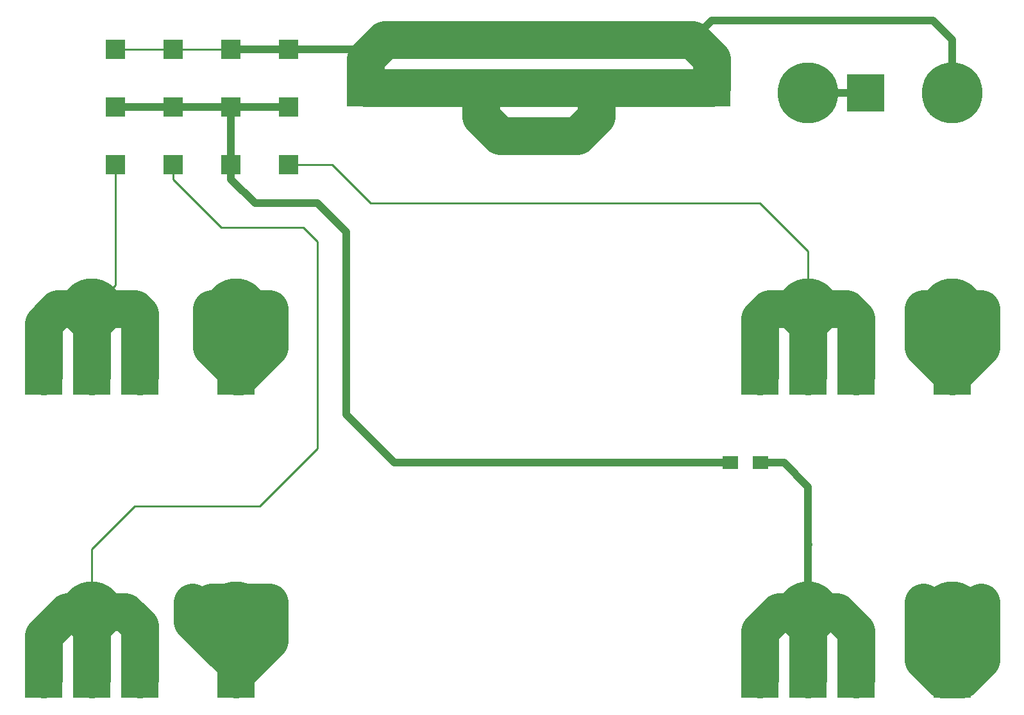
<source format=gbl>
G04 #@! TF.FileFunction,Copper,L2,Bot,Signal*
%FSLAX46Y46*%
G04 Gerber Fmt 4.6, Leading zero omitted, Abs format (unit mm)*
G04 Created by KiCad (PCBNEW 4.0.7) date 03/24/20 22:25:04*
%MOMM*%
%LPD*%
G01*
G04 APERTURE LIST*
%ADD10C,0.100000*%
%ADD11R,2.500000X2.500000*%
%ADD12R,2.000000X1.700000*%
%ADD13R,5.000000X5.000000*%
%ADD14C,8.000000*%
%ADD15C,0.250000*%
%ADD16C,5.000000*%
%ADD17C,1.000000*%
G04 APERTURE END LIST*
D10*
D11*
X163703000Y-38989000D03*
X171323000Y-38989000D03*
X148463000Y-31369000D03*
X163703000Y-31369000D03*
X156083000Y-38989000D03*
X148463000Y-38989000D03*
X156083000Y-46609000D03*
D12*
X229648000Y-85979000D03*
X233648000Y-85979000D03*
D11*
X171323000Y-31369000D03*
X156083000Y-31369000D03*
X171323000Y-46609000D03*
X163703000Y-46609000D03*
X148463000Y-46609000D03*
D13*
X181483000Y-36449000D03*
X189103000Y-36449000D03*
X204343000Y-36449000D03*
X227203000Y-36449000D03*
X211963000Y-36449000D03*
X196723000Y-36449000D03*
X233553000Y-114554000D03*
X239903000Y-114554000D03*
X246253000Y-114554000D03*
D14*
X239903000Y-105664000D03*
X145288000Y-65659000D03*
D13*
X138938000Y-74549000D03*
X145288000Y-74549000D03*
X151638000Y-74549000D03*
X233553000Y-74549000D03*
X239903000Y-74549000D03*
X246253000Y-74549000D03*
X164338000Y-74549000D03*
X145288000Y-114554000D03*
X151638000Y-114554000D03*
D14*
X239903000Y-65659000D03*
X145288000Y-105664000D03*
D13*
X138938000Y-114554000D03*
D14*
X164338000Y-65659000D03*
X164338000Y-105664000D03*
X258953000Y-105664000D03*
X258953000Y-65659000D03*
D13*
X164338000Y-114554000D03*
X219583000Y-36449000D03*
X258953000Y-74549000D03*
X258953000Y-114554000D03*
D14*
X239903000Y-37084000D03*
X258953000Y-37084000D03*
D13*
X247523000Y-37084000D03*
D15*
X171323000Y-46609000D02*
X177038000Y-46609000D01*
X233553000Y-51689000D02*
X182118000Y-51689000D01*
X239903000Y-58039000D02*
X239903000Y-65659000D01*
X233553000Y-51689000D02*
X239903000Y-58039000D01*
X177038000Y-46609000D02*
X182118000Y-51689000D01*
D16*
X239903000Y-74549000D02*
X239903000Y-65659000D01*
X233553000Y-74549000D02*
X233553000Y-66929000D01*
X233553000Y-66929000D02*
X234823000Y-65659000D01*
X234823000Y-65659000D02*
X239903000Y-65659000D01*
X246253000Y-74549000D02*
X246253000Y-66929000D01*
X246253000Y-66929000D02*
X244983000Y-65659000D01*
X244983000Y-65659000D02*
X239903000Y-65659000D01*
D17*
X239903000Y-105664000D02*
X239903000Y-89154000D01*
X236728000Y-85979000D02*
X233648000Y-85979000D01*
X239903000Y-89154000D02*
X236728000Y-85979000D01*
X163703000Y-46609000D02*
X163703000Y-48514000D01*
X175768000Y-52324000D02*
X178943000Y-55499000D01*
X178943000Y-55499000D02*
X178943000Y-79629000D01*
X229743000Y-85979000D02*
X185293000Y-85979000D01*
X185293000Y-85979000D02*
X178943000Y-79629000D01*
X175133000Y-51689000D02*
X175768000Y-52324000D01*
X166878000Y-51689000D02*
X175133000Y-51689000D01*
X163703000Y-48514000D02*
X166878000Y-51689000D01*
X239903000Y-105664000D02*
X239903000Y-96869000D01*
X239903000Y-96869000D02*
X239998000Y-96774000D01*
X163703000Y-38989000D02*
X171323000Y-38989000D01*
X156083000Y-38989000D02*
X163703000Y-38989000D01*
X148463000Y-38989000D02*
X156083000Y-38989000D01*
X148463000Y-38989000D02*
X148463000Y-39624000D01*
X163703000Y-46609000D02*
X163703000Y-38989000D01*
D16*
X239903000Y-114554000D02*
X239903000Y-105664000D01*
X233553000Y-114554000D02*
X233553000Y-108204000D01*
X233553000Y-108204000D02*
X236093000Y-105664000D01*
X236093000Y-105664000D02*
X239903000Y-105664000D01*
X246253000Y-114554000D02*
X246253000Y-108204000D01*
X246253000Y-108204000D02*
X243713000Y-105664000D01*
X243713000Y-105664000D02*
X239903000Y-105664000D01*
D15*
X148463000Y-46609000D02*
X148463000Y-49149000D01*
X148463000Y-62484000D02*
X145288000Y-65659000D01*
X148463000Y-49149000D02*
X148463000Y-62484000D01*
X145288000Y-62484000D02*
X145288000Y-65659000D01*
D16*
X151638000Y-74549000D02*
X151638000Y-66294000D01*
X151003000Y-65659000D02*
X145288000Y-65659000D01*
X151638000Y-66294000D02*
X151003000Y-65659000D01*
X145288000Y-74549000D02*
X145288000Y-65659000D01*
X138938000Y-74549000D02*
X138938000Y-67564000D01*
X140843000Y-65659000D02*
X145288000Y-65659000D01*
X138938000Y-67564000D02*
X140843000Y-65659000D01*
D15*
X173228000Y-54864000D02*
X162433000Y-54864000D01*
X173228000Y-54864000D02*
X175133000Y-56769000D01*
X145288000Y-105664000D02*
X145288000Y-97409000D01*
X151003000Y-91694000D02*
X145288000Y-97409000D01*
X167513000Y-91694000D02*
X151003000Y-91694000D01*
X175133000Y-84074000D02*
X167513000Y-91694000D01*
X175133000Y-56769000D02*
X175133000Y-80899000D01*
X175133000Y-84074000D02*
X175133000Y-80899000D01*
X156083000Y-48514000D02*
X156083000Y-46609000D01*
X162433000Y-54864000D02*
X156083000Y-48514000D01*
X145669000Y-105664000D02*
X145288000Y-105664000D01*
D16*
X145288000Y-114554000D02*
X145288000Y-105664000D01*
X138938000Y-114554000D02*
X138938000Y-108839000D01*
X138938000Y-108839000D02*
X142113000Y-105664000D01*
X142113000Y-105664000D02*
X145288000Y-105664000D01*
X151638000Y-114554000D02*
X151638000Y-107569000D01*
X149733000Y-105664000D02*
X145288000Y-105664000D01*
X151638000Y-107569000D02*
X149733000Y-105664000D01*
X164338000Y-74549000D02*
X164338000Y-73914000D01*
X164338000Y-73914000D02*
X161163000Y-70739000D01*
X161163000Y-70739000D02*
X161163000Y-65659000D01*
X161163000Y-65659000D02*
X164338000Y-65659000D01*
X164338000Y-74549000D02*
X164973000Y-74549000D01*
X164973000Y-74549000D02*
X168783000Y-70739000D01*
X168783000Y-65659000D02*
X164338000Y-65659000D01*
X168783000Y-70739000D02*
X168783000Y-65659000D01*
X164338000Y-74549000D02*
X164338000Y-65659000D01*
X168783000Y-104394000D02*
X161163000Y-104394000D01*
X161163000Y-104394000D02*
X159893000Y-105664000D01*
X159893000Y-105664000D02*
X167513000Y-105664000D01*
X167513000Y-105664000D02*
X168783000Y-104394000D01*
X164338000Y-114554000D02*
X164338000Y-112649000D01*
X164338000Y-112649000D02*
X158623000Y-106934000D01*
X159893000Y-105664000D02*
X164338000Y-105664000D01*
X158623000Y-104394000D02*
X159893000Y-105664000D01*
X158623000Y-106934000D02*
X158623000Y-104394000D01*
X164338000Y-114554000D02*
X164338000Y-113919000D01*
X164338000Y-113919000D02*
X168783000Y-109474000D01*
X168783000Y-104394000D02*
X167513000Y-105664000D01*
X168783000Y-109474000D02*
X168783000Y-104394000D01*
X167513000Y-105664000D02*
X164338000Y-105664000D01*
X164338000Y-114554000D02*
X164338000Y-105664000D01*
X258953000Y-74549000D02*
X262763000Y-70739000D01*
X262763000Y-70739000D02*
X262763000Y-65659000D01*
X262763000Y-65659000D02*
X258953000Y-65659000D01*
X258953000Y-74549000D02*
X255143000Y-70739000D01*
X255143000Y-70739000D02*
X255143000Y-65659000D01*
X255143000Y-65659000D02*
X258953000Y-65659000D01*
X258953000Y-74549000D02*
X258953000Y-65659000D01*
X258953000Y-114554000D02*
X257683000Y-114554000D01*
X257683000Y-114554000D02*
X255143000Y-112014000D01*
X255143000Y-104394000D02*
X256413000Y-105664000D01*
X255143000Y-112014000D02*
X255143000Y-104394000D01*
X256413000Y-105664000D02*
X258953000Y-105664000D01*
X258953000Y-114554000D02*
X260223000Y-114554000D01*
X260223000Y-114554000D02*
X262763000Y-112014000D01*
X262763000Y-104394000D02*
X261493000Y-105664000D01*
X262763000Y-112014000D02*
X262763000Y-104394000D01*
X261493000Y-105664000D02*
X258953000Y-105664000D01*
X258953000Y-114554000D02*
X258953000Y-105664000D01*
D17*
X246253000Y-37084000D02*
X238633000Y-37084000D01*
X258953000Y-37084000D02*
X258953000Y-30099000D01*
X256413000Y-27559000D02*
X258953000Y-30099000D01*
X227203000Y-27559000D02*
X224663000Y-30099000D01*
X252603000Y-27559000D02*
X227203000Y-27559000D01*
X252603000Y-27559000D02*
X256413000Y-27559000D01*
X171323000Y-31369000D02*
X163703000Y-31369000D01*
X171323000Y-31369000D02*
X182753000Y-31369000D01*
X182753000Y-31369000D02*
X184023000Y-30099000D01*
D16*
X196723000Y-36449000D02*
X196723000Y-40259000D01*
X211963000Y-40259000D02*
X211963000Y-36449000D01*
X209423000Y-42799000D02*
X211963000Y-40259000D01*
X199263000Y-42799000D02*
X209423000Y-42799000D01*
X196723000Y-40259000D02*
X199263000Y-42799000D01*
X223393000Y-30099000D02*
X184023000Y-30099000D01*
X181483000Y-32639000D02*
X181483000Y-36449000D01*
X184023000Y-30099000D02*
X181483000Y-32639000D01*
X211963000Y-36449000D02*
X204343000Y-36449000D01*
D17*
X258953000Y-30734000D02*
X258953000Y-37084000D01*
X224663000Y-30099000D02*
X223393000Y-28829000D01*
X223393000Y-28829000D02*
X223393000Y-30099000D01*
X256413000Y-37084000D02*
X256413000Y-39624000D01*
D16*
X223393000Y-30099000D02*
X224663000Y-30099000D01*
X227203000Y-32639000D02*
X227203000Y-36449000D01*
X224663000Y-30099000D02*
X227203000Y-32639000D01*
X219583000Y-36449000D02*
X227203000Y-36449000D01*
X211963000Y-36449000D02*
X219583000Y-36449000D01*
X196723000Y-36449000D02*
X204343000Y-36449000D01*
X189103000Y-36449000D02*
X196723000Y-36449000D01*
X181483000Y-36449000D02*
X189103000Y-36449000D01*
D15*
X148463000Y-31369000D02*
X156083000Y-31369000D01*
X156083000Y-31369000D02*
X163703000Y-31369000D01*
M02*

</source>
